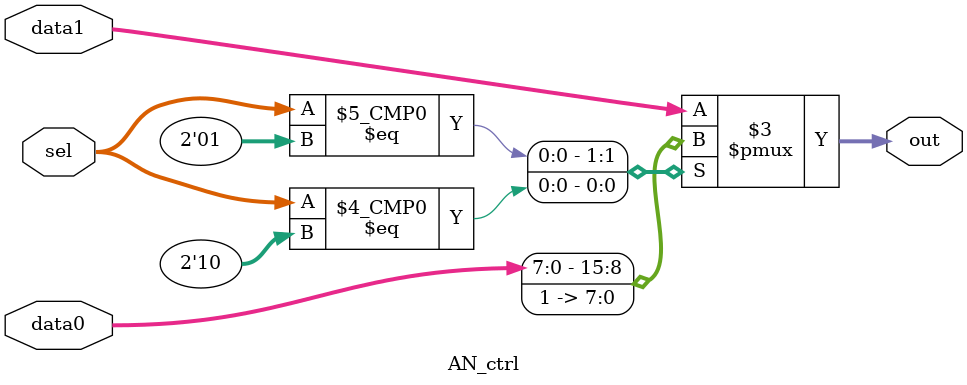
<source format=sv>
`timescale 1ns / 1ps


module AN_ctrl(
    input logic [1:0]sel,
    input logic [7:0]data0,
    input logic [7:0]data1,
    output logic [7:0]out
    );
    
    always_comb begin
    
        case(sel)
           2'b00: out = data1;
           2'b01: out = data0;
           2'b10: out = 8'hff; 
           default: out = data1;
           
        endcase
    end
endmodule

</source>
